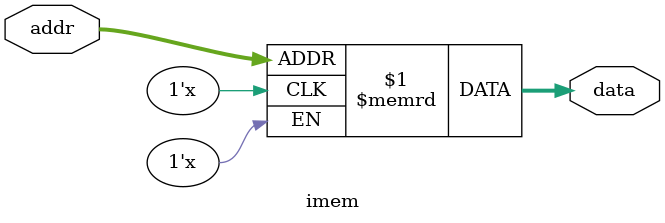
<source format=sv>
module imem(

    input [9:0] addr,
    output [31:0] data

);


logic [31:0] instruction_mem [0:1023];

assign data = instruction_mem[addr];


endmodule
</source>
